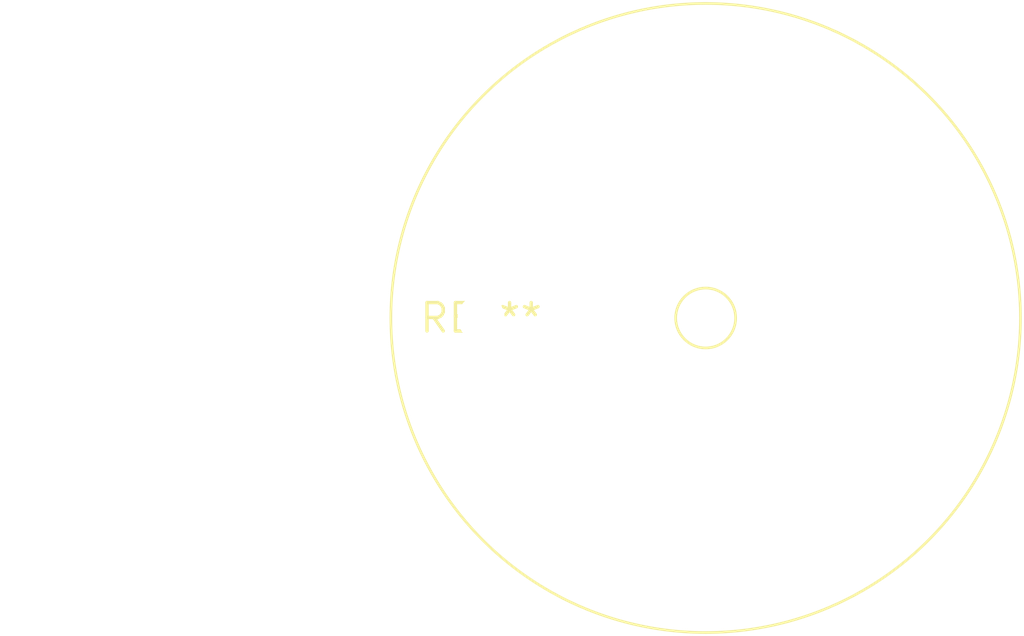
<source format=kicad_pcb>
(kicad_pcb (version 20240108) (generator pcbnew)
  (layers (0 "F.Cu" signal) (31 "B.Cu" signal) (34 "B.Paste" user) (35 "F.Paste" user) (36 "B.SilkS" user "B.Silkscreen") (37 "F.SilkS" user "F.Silkscreen") (38 "B.Mask" user) (39 "F.Mask" user) (44 "Edge.Cuts" user))
  (net 0 "")
  (footprint "L_Radial_D27.9mm_P20.07mm_Vishay_IHB-3" (layer "F.Cu") (at 0 0)
    (property "Reference" "REF**")
    (property "Value" "L_Radial_D27.9mm_P20.07mm_Vishay_IHB-3")
    (fp_circle (center 10.035 0) (end 11.375 0) (layer "F.SilkS") (stroke (width 0.12)) (fill none))
    (fp_circle (center 10.035 0) (end 24.105 0) (layer "F.SilkS") (stroke (width 0.12)) (fill none))
    (pad "1" thru_hole circle (at 0 0) (size 4.2 4.2) (drill 2.1) (layers *.Cu *.Mask) (remove_unused_layers))
    (pad "2" thru_hole circle (at 20.07 0) (size 4.2 4.2) (drill 2.1) (layers *.Cu *.Mask) (remove_unused_layers))
  )
)
</source>
